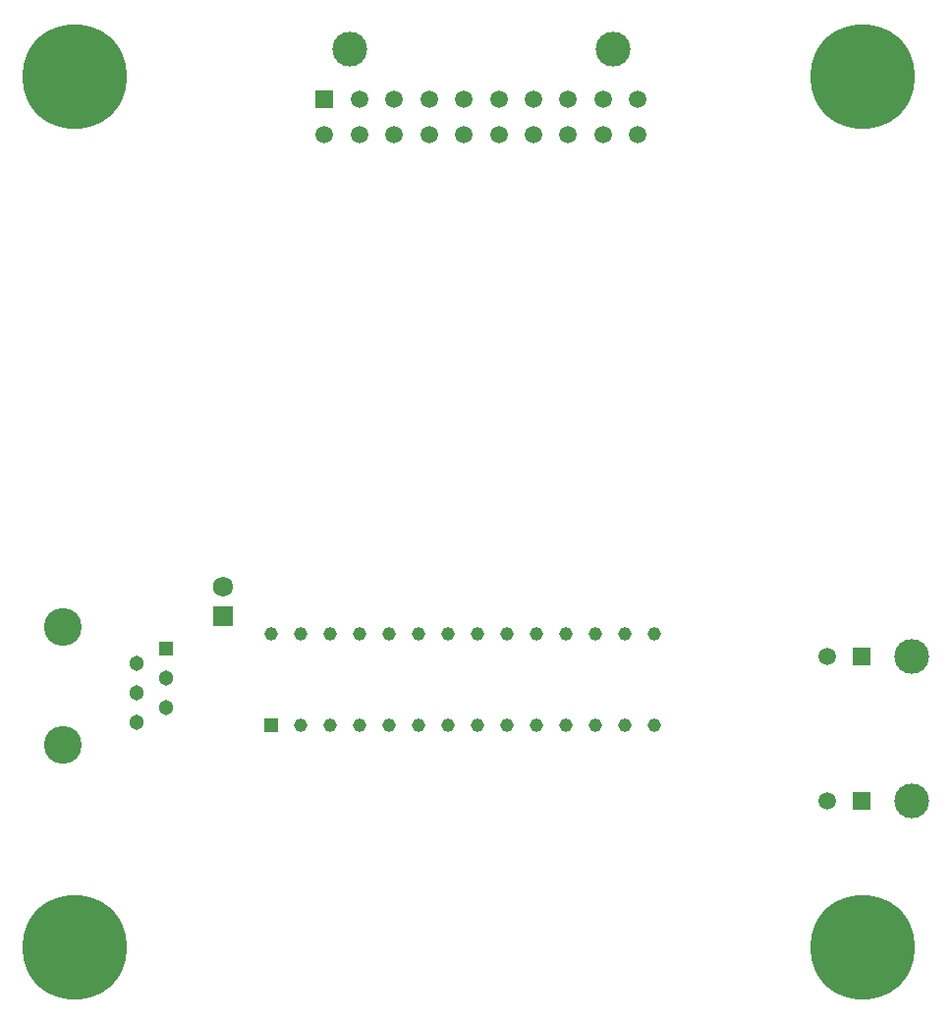
<source format=gbr>
%TF.GenerationSoftware,KiCad,Pcbnew,7.0.8*%
%TF.CreationDate,2023-10-31T17:39:43-05:00*%
%TF.ProjectId,Resistor Bank Control Board,52657369-7374-46f7-9220-42616e6b2043,rev?*%
%TF.SameCoordinates,Original*%
%TF.FileFunction,Soldermask,Bot*%
%TF.FilePolarity,Negative*%
%FSLAX46Y46*%
G04 Gerber Fmt 4.6, Leading zero omitted, Abs format (unit mm)*
G04 Created by KiCad (PCBNEW 7.0.8) date 2023-10-31 17:39:43*
%MOMM*%
%LPD*%
G01*
G04 APERTURE LIST*
%ADD10R,1.725000X1.725000*%
%ADD11C,1.725000*%
%ADD12C,9.000000*%
%ADD13R,1.159000X1.159000*%
%ADD14C,1.159000*%
%ADD15C,3.000000*%
%ADD16R,1.520000X1.520000*%
%ADD17C,1.520000*%
%ADD18C,3.250000*%
%ADD19R,1.303000X1.303000*%
%ADD20C,1.303000*%
G04 APERTURE END LIST*
D10*
%TO.C,JP1*%
X101930000Y-108760000D03*
D11*
X101930000Y-106220000D03*
%TD*%
D12*
%TO.C,H1*%
X89200000Y-62300000D03*
%TD*%
%TO.C,H3*%
X157100000Y-137300000D03*
%TD*%
D13*
%TO.C,IC25*%
X106090000Y-118188000D03*
D14*
X108630000Y-118188000D03*
X111170000Y-118188000D03*
X113710000Y-118188000D03*
X116250000Y-118188000D03*
X118790000Y-118188000D03*
X121330000Y-118188000D03*
X123870000Y-118188000D03*
X126410000Y-118188000D03*
X128950000Y-118188000D03*
X131490000Y-118188000D03*
X134030000Y-118188000D03*
X136570000Y-118188000D03*
X139110000Y-118188000D03*
X139110000Y-110250000D03*
X136570000Y-110250000D03*
X134030000Y-110250000D03*
X131490000Y-110250000D03*
X128950000Y-110250000D03*
X126410000Y-110250000D03*
X123870000Y-110250000D03*
X121330000Y-110250000D03*
X118790000Y-110250000D03*
X116250000Y-110250000D03*
X113710000Y-110250000D03*
X111170000Y-110250000D03*
X108630000Y-110250000D03*
X106090000Y-110250000D03*
%TD*%
D15*
%TO.C,J2*%
X161314600Y-112221750D03*
D16*
X156994600Y-112221750D03*
D17*
X153994600Y-112221750D03*
%TD*%
D15*
%TO.C,J4*%
X161314600Y-124693500D03*
D16*
X156994600Y-124693500D03*
D17*
X153994600Y-124693500D03*
%TD*%
D15*
%TO.C,J1*%
X135561750Y-59935400D03*
X112881750Y-59935400D03*
D16*
X110721750Y-64255400D03*
D17*
X113721750Y-64255400D03*
X116721750Y-64255400D03*
X119721750Y-64255400D03*
X122721750Y-64255400D03*
X125721750Y-64255400D03*
X128721750Y-64255400D03*
X131721750Y-64255400D03*
X134721750Y-64255400D03*
X137721750Y-64255400D03*
X110721750Y-67255400D03*
X113721750Y-67255400D03*
X116721750Y-67255400D03*
X119721750Y-67255400D03*
X122721750Y-67255400D03*
X125721750Y-67255400D03*
X128721750Y-67255400D03*
X131721750Y-67255400D03*
X134721750Y-67255400D03*
X137721750Y-67255400D03*
%TD*%
D12*
%TO.C,H4*%
X89200000Y-137300000D03*
%TD*%
D18*
%TO.C,J3*%
X88130000Y-109670000D03*
X88130000Y-119830000D03*
D19*
X97020000Y-111570000D03*
D20*
X94480000Y-112840000D03*
X97020000Y-114110000D03*
X94480000Y-115380000D03*
X97020000Y-116650000D03*
X94480000Y-117920000D03*
%TD*%
D12*
%TO.C,H2*%
X157100000Y-62300000D03*
%TD*%
M02*

</source>
